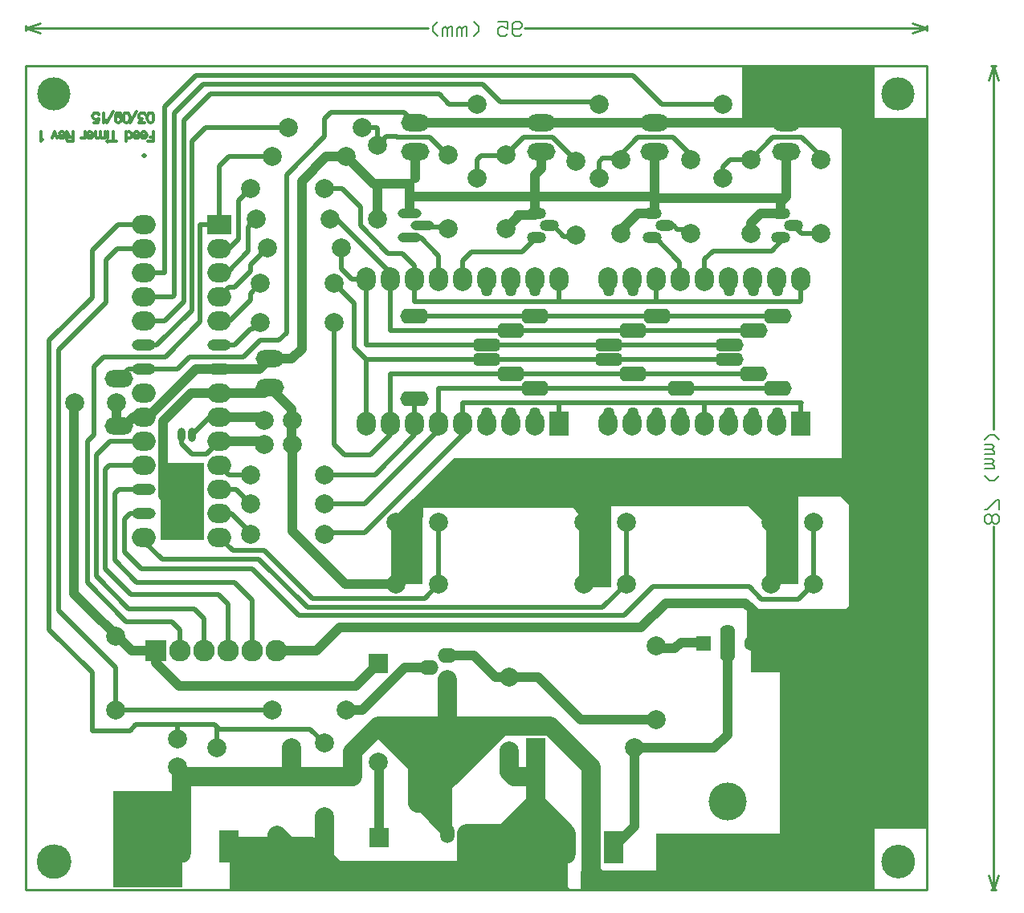
<source format=gbl>
%FSLAX25Y25*%
%MOIN*%
G70*
G01*
G75*
G04 Layer_Physical_Order=2*
G04 Layer_Color=16711680*
%ADD10C,0.03937*%
%ADD11C,0.01969*%
%ADD12C,0.01000*%
%ADD13C,0.00600*%
%ADD14O,0.03150X0.05906*%
%ADD15C,0.15748*%
%ADD16R,0.06299X0.06299*%
%ADD17O,0.06299X0.15748*%
%ADD18C,0.06299*%
%ADD19O,0.07874X0.04724*%
%ADD20O,0.09843X0.03937*%
%ADD21C,0.07874*%
%ADD22O,0.11811X0.07087*%
%ADD23R,0.09843X0.07874*%
%ADD24O,0.09843X0.07874*%
%ADD25O,0.09843X0.04724*%
%ADD26R,0.07874X0.09843*%
%ADD27O,0.07874X0.09843*%
%ADD28R,0.07874X0.13780*%
%ADD29O,0.07874X0.13780*%
%ADD30O,0.05906X0.07874*%
%ADD31R,0.07874X0.07874*%
%ADD32C,0.09000*%
%ADD33R,0.09000X0.09000*%
%ADD34C,0.13780*%
%ADD35O,0.11811X0.06299*%
%ADD36O,0.11811X0.05512*%
%ADD37R,0.07874X0.07874*%
%ADD38O,0.08000X0.06000*%
%ADD39C,0.05000*%
%ADD40C,0.07874*%
%ADD41C,0.01181*%
%ADD42R,0.11535X0.39449*%
%ADD43R,0.11024X0.38976*%
%ADD44R,0.11811X0.29606*%
%ADD45R,0.05906X0.04331*%
%ADD46R,0.28740X0.40158*%
%ADD47R,0.18110X0.31890*%
G36*
X389914Y181102D02*
X372591D01*
X372198Y180709D01*
X373379Y179528D01*
Y163779D01*
X319836D01*
X309993Y173622D01*
Y174291D01*
X301725Y175591D01*
X274560D01*
Y157874D01*
X415899D01*
X415111Y158661D01*
Y182283D01*
X413143D01*
X402119Y193307D01*
X389914Y181102D01*
D02*
G37*
G36*
X352513Y212992D02*
Y193701D01*
X364324Y181890D01*
X365111D01*
Y203150D01*
X365111Y203150D01*
X387946Y225984D01*
X389127D01*
Y229528D01*
X335977D01*
X352513Y212992D01*
D02*
G37*
G36*
X487158Y476134D02*
X488883Y474409D01*
X528497D01*
Y337008D01*
X367867D01*
X351332Y320472D01*
Y317756D01*
X417513D01*
X417867Y318110D01*
X419836Y316142D01*
X424166D01*
X426922Y318898D01*
X491095D01*
X498182Y311811D01*
X499757D01*
Y318661D01*
X499245Y319173D01*
X502907Y322835D01*
X529284D01*
X530072Y322047D01*
X531647Y323622D01*
Y329528D01*
X533615Y327559D01*
Y277559D01*
X530308Y274252D01*
X491253D01*
Y259842D01*
X491095Y259685D01*
Y248031D01*
X502907D01*
Y181102D01*
X451725D01*
Y165354D01*
X426135D01*
X424166Y169291D01*
X420229Y165354D01*
Y157480D01*
X542277D01*
Y183071D01*
X563930D01*
Y478346D01*
X542277D01*
Y500000D01*
X487158D01*
Y476134D01*
D02*
G37*
D10*
X481253Y222047D02*
Y261221D01*
Y222047D02*
X475741Y216535D01*
X426922Y318898D02*
X421489Y313465D01*
X490505Y318898D02*
X426922D01*
X499245Y310157D02*
X490505Y318898D01*
X528497Y161417D02*
Y261417D01*
X530072Y262992D02*
X528497Y261417D01*
X210387Y359842D02*
X209993Y359449D01*
Y280709D02*
Y359449D01*
X210781Y360236D02*
X210387D01*
Y359842D02*
Y360236D01*
X228549Y350280D02*
X227710Y351119D01*
Y359842D01*
X210781Y360236D02*
X210387Y359842D01*
X233851Y256850D02*
X209993Y280709D01*
X243969Y256850D02*
X233851D01*
X533615Y318110D02*
Y471260D01*
X528741Y476134D01*
X505521D01*
X336371Y251693D02*
X326804Y242126D01*
X253694D01*
X243969Y251850D01*
Y256850D01*
X530072Y262992D02*
X528103Y261024D01*
X533615Y266535D02*
X530072Y262992D01*
X528103Y261024D02*
X527907Y261221D01*
X365111Y181102D02*
Y203150D01*
X442788Y183976D02*
X434009Y175197D01*
X442788Y183976D02*
Y216535D01*
X365111Y181102D02*
X352513Y193701D01*
X445426Y266535D02*
X320229D01*
X475741Y216535D02*
X442788D01*
X499245Y310157D02*
Y319173D01*
X502907Y322835D02*
X499245Y319173D01*
X528891Y322835D02*
X502907D01*
X533615Y318110D02*
X528891Y322835D01*
X533615Y266535D02*
Y318110D01*
X527907Y261221D02*
X511568D01*
X501922Y270866D01*
X494639D01*
X488733Y276772D02*
X455662D01*
X445426Y266535D01*
X320229D02*
X310544Y256850D01*
X293969D01*
X499245Y284567D02*
Y310157D01*
X421489D02*
Y313465D01*
X421410Y314567D02*
X417867Y318110D01*
X421410Y310236D02*
Y314567D01*
X421489Y310157D02*
X421410Y310236D01*
X421489Y284567D02*
Y310157D01*
X417867Y318110D02*
X351686D01*
X343733Y310157D01*
Y284567D02*
Y310157D01*
Y284567D02*
X322533D01*
X300643Y306457D01*
Y342717D01*
X300151Y343209D01*
Y357382D01*
X291166Y366366D01*
X253502Y358863D02*
X253502D01*
X258639Y364000D02*
X253502Y358863D01*
X270343Y364000D02*
X258639D01*
X247001Y321342D02*
Y352362D01*
X253502Y358863D02*
X247001Y352362D01*
X252273Y365508D02*
X240765Y354000D01*
X239093D01*
X260765Y374000D02*
X252273Y365508D01*
X270343Y374000D02*
X260765D01*
X288833Y342717D02*
X287549Y344000D01*
X270343D01*
X288833Y352559D02*
X287392Y354000D01*
X270343D01*
X230746Y350280D02*
X228549D01*
X234466Y354000D02*
X230746Y350280D01*
X239093Y354000D02*
X234466D01*
X505521Y445500D02*
Y464323D01*
X505021Y445000D02*
X451021D01*
X505521Y476134D02*
X451021D01*
X503343Y438500D02*
X494843D01*
X490843Y434500D01*
Y430291D02*
Y434500D01*
X443844Y438500D02*
X437635Y432291D01*
X449844Y438500D02*
X443844D01*
X451021Y476134D02*
X404021D01*
X451021Y445000D02*
Y464323D01*
Y439677D02*
Y445000D01*
X450521Y445500D02*
X401343D01*
X349343D02*
Y451000D01*
Y438500D02*
Y445500D01*
X401343D02*
X349343D01*
X401343D02*
Y454500D01*
Y439000D02*
Y445500D01*
X404021Y476134D02*
X351521D01*
X286989Y374000D02*
X270343D01*
X291166Y378177D02*
X286989Y374000D01*
X288800Y364000D02*
X270343D01*
X291166Y366366D02*
X288800Y364000D01*
X394343Y437291D02*
X389344Y432291D01*
X401343Y438000D02*
X394343D01*
X404021Y457177D02*
Y464323D01*
Y457177D02*
X401343Y454500D01*
X351521Y453177D02*
Y464323D01*
X322985Y462205D02*
X314718D01*
X304481Y451968D01*
X335977Y436221D02*
Y451000D01*
X349343D02*
X335977D01*
X334190D01*
X322985Y462205D01*
X503343Y438500D02*
Y443323D01*
X505021Y445000D02*
X503343Y443323D01*
X491253Y259842D02*
Y274252D01*
X490603Y274902D01*
X494639Y270866D02*
X491253Y274252D01*
X488733Y276772D01*
X471115Y260394D02*
X470958Y260236D01*
X471115Y260394D02*
X461824D01*
X459304Y257874D01*
X528497Y161417D02*
X526430Y163484D01*
X426036D01*
X304481Y382283D02*
Y451968D01*
Y382283D02*
X300375Y378177D01*
X291166D01*
X459304Y257874D02*
X452907D01*
X402513Y246063D02*
X390702D01*
X420229Y228346D02*
X402513Y246063D01*
X451725Y228346D02*
X420229D01*
X336489Y179134D02*
Y210394D01*
X336371Y210512D01*
X390702Y246063D02*
X384796D01*
X375859Y255000D01*
X365111D01*
X329678Y232283D02*
X322985D01*
X357237Y250000D02*
X347395D01*
X329678Y232283D01*
D11*
X355528Y278646D02*
X308907D01*
X289084Y298468D01*
X429442Y274803D02*
X306843D01*
X438340Y271654D02*
X303300D01*
X361450Y284567D02*
X355528Y278646D01*
X306843Y274803D02*
X286647Y295000D01*
X439206Y284567D02*
X429442Y274803D01*
X303300Y271654D02*
X284009Y290945D01*
X450151Y283465D02*
X438340Y271654D01*
X330749Y318000D02*
X313843D01*
X361344Y348594D02*
X330749Y318000D01*
X361344Y348594D02*
Y351291D01*
X516962Y284567D02*
X510741Y278346D01*
X495426D01*
X490308Y283465D01*
X450151D01*
X280332Y379000D02*
X257843D01*
X232533Y274410D02*
X219147Y287795D01*
X259993Y274410D02*
X232533D01*
X263969Y270433D02*
X259993Y274410D01*
X233714Y280315D02*
X223084Y290945D01*
X269836Y280315D02*
X233714D01*
X273970Y276181D02*
X269836Y280315D01*
X236076Y285433D02*
X226824Y294685D01*
X276529Y285433D02*
X236076D01*
X283969Y277992D02*
X276529Y285433D01*
X237899Y290945D02*
X230843Y298000D01*
X284009Y290945D02*
X237899D01*
X289084Y298468D02*
X275875D01*
X516962Y284567D02*
Y310157D01*
X439206Y284567D02*
Y310157D01*
X361450Y284567D02*
Y310157D01*
X253970Y256850D02*
Y265571D01*
X250544Y268996D01*
X231681D01*
X226824Y294685D02*
Y322342D01*
X223084Y290945D02*
Y332382D01*
X219147Y287795D02*
Y338287D01*
X224859Y344000D02*
X219147Y338287D01*
X224702Y334000D02*
X223084Y332382D01*
X228481Y324000D02*
X226824Y322342D01*
X247844Y379000D02*
X222458D01*
X263969Y256850D02*
Y270433D01*
X239093Y344000D02*
X224859D01*
X273970Y256850D02*
Y276181D01*
X239093Y334000D02*
X224702D01*
X239093Y324000D02*
X228481D01*
X283969Y256850D02*
Y277992D01*
X270343Y354000D02*
X266355D01*
X258811Y346457D01*
X330560Y306000D02*
X313843D01*
X371844Y347284D02*
X330560Y306000D01*
X371844Y347284D02*
Y350902D01*
X334875Y330000D02*
X313843D01*
X351399Y346524D02*
X334875Y330000D01*
X351399Y346524D02*
Y351346D01*
X357568Y470276D02*
X344119D01*
X364844Y463000D02*
X357568Y470276D01*
X396521Y470177D02*
X389344Y463000D01*
X408666Y470177D02*
X396521D01*
X415843Y463000D02*
X408666Y470177D01*
X444119Y470276D02*
X436843Y463000D01*
X458568Y470276D02*
X444119D01*
X465843Y463000D02*
X458568Y470276D01*
X500119D02*
X490843Y461000D01*
X512068Y470276D02*
X500119D01*
X519843Y462500D02*
X512068Y470276D01*
X451178Y428500D02*
X449844D01*
X461343Y418335D02*
X451178Y428500D01*
X461343Y411835D02*
Y418335D01*
X257843Y379000D02*
X252843Y374000D01*
X276635Y384000D02*
X270343D01*
X283135Y390500D02*
X276635Y384000D01*
X252843Y374000D02*
X239093D01*
X351399Y416945D02*
X346343Y422000D01*
X505521Y445500D02*
X505021Y445000D01*
X519843Y461000D02*
Y462500D01*
X471792Y411386D02*
Y419449D01*
X475344Y423000D02*
X471792Y419449D01*
X499529Y423000D02*
X475344D01*
X519843Y430291D02*
X511906D01*
X508698Y433500D01*
X490843Y461000D02*
X482343D01*
X479344Y458000D01*
Y453291D02*
Y458000D01*
X436843Y463000D02*
X435844D01*
X465843Y461000D02*
Y463000D01*
X436843Y461000D02*
X436343Y461500D01*
X429344D01*
X427844Y460000D01*
Y453291D02*
Y460000D01*
X417843Y429000D02*
X413343D01*
X408844Y433500D01*
X418343Y460209D02*
X415843Y462709D01*
Y463000D01*
X451021Y445000D02*
X450521Y445500D01*
X451021Y439677D02*
X449844Y438500D01*
X465843Y432291D02*
X465552Y432000D01*
X460344D01*
X458844Y433500D01*
X455198D01*
X461792Y411386D02*
X461343Y411835D01*
X378843Y462500D02*
X377344Y461000D01*
X388843Y462500D02*
X378843D01*
X389344Y463000D02*
X388843Y462500D01*
X377344Y453291D02*
Y461000D01*
X365343Y463000D02*
X364844D01*
X511792Y402449D02*
Y411386D01*
Y402449D02*
X511343Y402000D01*
X451792Y402051D02*
Y411386D01*
X511343Y402000D02*
X451844D01*
X451792Y402051D01*
X451844Y402000D02*
X411343D01*
X411399Y402055D02*
X411343Y402000D01*
X411399Y402055D02*
Y411386D01*
X351399Y402055D02*
Y411386D01*
Y402055D02*
X351343Y402000D01*
X411343D02*
X351343D01*
X511792Y351346D02*
Y359949D01*
X511843Y360000D02*
X511792Y359949D01*
X471792Y351346D02*
Y359449D01*
X511843Y360000D02*
X472343D01*
X471792Y359449D01*
X411399Y351346D02*
Y359945D01*
X411343Y360000D01*
X472343D02*
X411343D01*
X371399Y351346D02*
Y359945D01*
X371343Y360000D01*
X411343D02*
X371343D01*
X501844Y366000D02*
X461843D01*
X401343D01*
X361344D01*
X491844Y372000D02*
X441844D01*
X391343D01*
X341343D01*
X481844Y378000D02*
X431844D01*
X381344D01*
X331344D01*
X501844Y396000D02*
X451844Y396000D01*
X401343D01*
X351343D01*
X481844Y384000D02*
X431844D01*
X381344D01*
X331344D01*
X491844Y390000D02*
X441844Y390000D01*
X391343D01*
X341343D01*
X361399Y351346D02*
Y365945D01*
X341399Y351346D02*
Y371945D01*
X341343Y390000D02*
Y411331D01*
X351343Y351402D02*
Y361500D01*
X351399Y351346D02*
X351343Y351402D01*
X351399Y411386D02*
Y416945D01*
X274343Y408000D02*
X270343Y404000D01*
X331344Y351402D02*
X328745Y354000D01*
X274343Y330000D02*
X270343Y334000D01*
X283135Y330000D02*
X274343D01*
X361399Y351346D02*
X361344Y351291D01*
X277135Y324000D02*
X270343D01*
X283135Y318000D02*
X277135Y324000D01*
X275135Y314000D02*
X270343D01*
X283135Y306000D02*
X275135Y314000D01*
X371844Y350902D02*
X371399Y351346D01*
X275875Y298468D02*
X270343Y304000D01*
X239093Y314000D02*
X233344D01*
X230843Y311500D01*
Y298000D02*
Y311500D01*
X239093Y324000D02*
X239093Y324000D01*
X239093Y334000D02*
X239093Y334000D01*
X239093Y344000D02*
X239093Y344000D01*
X232583Y374000D02*
X228549Y369965D01*
X239093Y374000D02*
X232583D01*
X331344Y384000D02*
Y391000D01*
Y411331D01*
X276635Y408000D02*
X274343D01*
X283135Y414500D02*
X276635Y408000D01*
X274635Y394000D02*
X270343D01*
X283135Y402500D02*
X274635Y394000D01*
X353843Y428500D02*
X349343D01*
X361399Y411386D02*
X361344Y411441D01*
Y421000D01*
X353843Y428500D01*
X401844D02*
X395844Y422500D01*
X374844D01*
X371399Y419055D01*
Y411386D02*
Y419055D01*
X394343Y437291D02*
Y438000D01*
X401844Y438500D02*
X401343Y438000D01*
X408844Y433500D02*
X407198D01*
X355843D02*
X354698D01*
X401844Y438500D02*
X401343Y439000D01*
X351521Y453177D02*
X349343Y451000D01*
X427844Y484000D02*
X426804Y485039D01*
X386804D01*
X270343Y344000D02*
X264942Y338598D01*
X254481Y342913D02*
Y346457D01*
X264942Y338598D02*
X258796D01*
X254481Y342913D01*
X351521Y476134D02*
X346946Y480709D01*
X316686D01*
X313930Y477953D01*
X298970Y474409D02*
X264718D01*
X251001Y404000D02*
X239093D01*
X247788Y414000D02*
X239093D01*
X247788D02*
Y483071D01*
X260781Y496063D02*
X247788Y483071D01*
X251725Y404724D02*
X251001Y404000D01*
X251725Y404724D02*
Y480315D01*
X258812Y398425D02*
Y468504D01*
X264718Y474409D02*
X258812Y468504D01*
X254828Y401134D02*
X247694Y394000D01*
X239093D01*
X244387Y384000D02*
X239093D01*
X255662Y401949D02*
Y477165D01*
X254847Y401134D02*
X254828D01*
X255662Y401949D02*
X254847Y401134D01*
X258812Y398425D02*
X244387Y384000D01*
X270343Y434000D02*
X262355D01*
Y393512D02*
Y434000D01*
Y393512D02*
X247844Y379000D01*
X292277Y462205D02*
X274166D01*
X270343Y458382D01*
Y434000D02*
Y458382D01*
X313930Y470472D02*
Y477953D01*
X321410Y448819D02*
X313930D01*
X274438Y424000D02*
X270343D01*
X278444Y428006D02*
X274438Y424000D01*
X278444Y428006D02*
Y444041D01*
X283221Y448819D02*
X278444Y444041D01*
X298182Y389000D02*
Y454724D01*
X313930Y470472D02*
X298182Y454724D01*
X321017Y415748D02*
Y424409D01*
X325379Y411386D02*
X321017Y415748D01*
X331399Y411386D02*
X325379D01*
X336269Y419000D02*
X325741Y429528D01*
X273599Y414000D02*
X270343D01*
X282434Y422835D02*
X273599Y414000D01*
X282434Y422835D02*
Y433071D01*
X285584Y436221D02*
X282434Y433071D01*
X283135Y414500D02*
Y417236D01*
X290308Y424409D02*
X283135Y417236D01*
X328891Y441339D02*
X321410Y448819D01*
X335584Y474409D02*
X329678D01*
X335977Y474016D02*
X335584Y474409D01*
X335977Y466929D02*
Y474016D01*
X344119Y470276D02*
X343922Y470472D01*
X339521D01*
X335977Y466929D01*
X283135Y402500D02*
Y405425D01*
X287158Y409449D02*
X283135Y405425D01*
X284351Y390500D02*
X283135D01*
X287158Y393307D02*
X284351Y390500D01*
X326135Y401181D02*
X317867Y409449D01*
X341399Y346760D02*
Y351346D01*
Y346760D02*
X332828Y338189D01*
X322198D01*
X317867Y342520D01*
Y393307D01*
X286647Y295000D02*
X246489D01*
X239093Y302396D01*
Y304000D01*
X231681Y268996D02*
X215505Y285172D01*
Y343781D01*
X218261Y346537D02*
X215505Y343781D01*
X218261Y346537D02*
Y374803D01*
X222458Y379000D02*
X218261Y374803D01*
X377344Y484000D02*
X365757D01*
X365343Y432291D02*
X364564Y433071D01*
X356273D01*
X355843Y433500D01*
X346343Y422000D02*
X340355D01*
X328891Y433465D01*
Y441339D01*
X341399Y411386D02*
Y413870D01*
X336269Y419000D01*
Y419000D01*
X325741Y429528D02*
X325741D01*
X319048Y436221D01*
X314324D01*
X331344Y377862D02*
Y378000D01*
Y377862D02*
X326135Y383071D01*
Y401181D01*
X331399Y351346D02*
X331344Y351402D01*
Y377953D01*
X503343Y426815D02*
Y428500D01*
Y426815D02*
X499529Y423000D01*
X441883Y496063D02*
X260781D01*
X479344Y484000D02*
X453946D01*
X441883Y496063D01*
X386804Y485039D02*
X379717Y492126D01*
X263536D01*
X251725Y480315D01*
X365757Y484000D02*
X361568Y488189D01*
X266686D01*
X255662Y477165D01*
X287158Y385827D02*
X280332Y379000D01*
X295009Y385827D02*
X287158D01*
X298182Y389000D02*
X295009Y385827D01*
X239093Y424000D02*
X228088D01*
X223379Y419291D01*
Y401575D02*
Y419291D01*
Y401575D02*
X203694Y381890D01*
X292277Y232283D02*
X227316D01*
X239127Y462598D02*
X239093Y462565D01*
X217473Y403543D02*
X199757Y385827D01*
X217473Y403543D02*
Y423228D01*
X228245Y434000D02*
X217473Y423228D01*
X239093Y434000D02*
X228245D01*
X269442Y216535D02*
Y225197D01*
X313930Y218504D02*
X308025Y224410D01*
X270229D01*
X269442Y225197D01*
X268458Y226181D02*
X253103D01*
X269442Y225197D02*
X268458Y226181D01*
X217473Y223622D02*
Y248031D01*
X199757Y265748D01*
Y385827D01*
X233221Y223622D02*
X217473D01*
X253103Y220276D02*
Y226181D01*
X235781D01*
X233221Y223622D01*
X227316Y232283D02*
Y250000D01*
X203694Y273622D01*
Y381890D01*
D12*
X196214Y488189D02*
G03*
X196214Y488189I5512J0D01*
G01*
X545626Y169291D02*
G03*
X545626Y169291I6493J0D01*
G01*
X195033D02*
G03*
X195033Y169291I6693J0D01*
G01*
X546109Y488189D02*
G03*
X546109Y488189I6010J0D01*
G01*
X592489Y500000D02*
X590489D01*
X592489Y157480D02*
X590489D01*
X591489Y500000D02*
X589489Y494000D01*
X593489D02*
X591489Y500000D01*
Y157480D02*
X589489Y163480D01*
X593489D02*
X591489Y157480D01*
Y348834D02*
Y500000D01*
Y157480D02*
Y308646D01*
X189914Y514748D02*
Y516748D01*
X563930Y514748D02*
Y516748D01*
X195914Y513748D02*
X189914Y515748D01*
X195914Y517748D02*
X189914Y515748D01*
X563930D02*
X557930Y513748D01*
X563930Y515748D02*
X557930Y517748D01*
X356828Y515748D02*
X189914D01*
X563930D02*
X397016D01*
X189914Y263779D02*
Y279528D01*
Y157480D02*
Y263779D01*
X563930Y157480D02*
X189914D01*
X563930Y157480D02*
X563930Y157480D01*
X563930Y157480D02*
Y279528D01*
Y500000D01*
X189914Y279527D02*
Y500000D01*
X563930Y500000D02*
X189914Y500000D01*
D13*
X592888Y309646D02*
X593888Y310646D01*
Y312645D01*
X592888Y313645D01*
X591889D01*
X590889Y312645D01*
X589889Y313645D01*
X588890D01*
X587890Y312645D01*
Y310646D01*
X588890Y309646D01*
X589889D01*
X590889Y310646D01*
X591889Y309646D01*
X592888D01*
X590889Y310646D02*
Y312645D01*
X593888Y315644D02*
Y319643D01*
X592888D01*
X588890Y315644D01*
X587890D01*
Y329640D02*
X589889Y327640D01*
X591889D01*
X593888Y329640D01*
X587890Y332639D02*
X591889D01*
Y333638D01*
X590889Y334638D01*
X587890D01*
X590889D01*
X591889Y335638D01*
X590889Y336637D01*
X587890D01*
Y338637D02*
X591889D01*
Y339636D01*
X590889Y340636D01*
X587890D01*
X590889D01*
X591889Y341636D01*
X590889Y342635D01*
X587890D01*
Y344635D02*
X589889Y346634D01*
X591889D01*
X593888Y344635D01*
X396016Y513149D02*
X395017Y512149D01*
X393017D01*
X392018Y513149D01*
Y517147D01*
X393017Y518147D01*
X395017D01*
X396016Y517147D01*
Y516148D01*
X395017Y515148D01*
X392018D01*
X386019Y518147D02*
X390018D01*
Y515148D01*
X388019Y516148D01*
X387019D01*
X386019Y515148D01*
Y513149D01*
X387019Y512149D01*
X389019D01*
X390018Y513149D01*
X376023Y512149D02*
X378022Y514148D01*
Y516148D01*
X376023Y518147D01*
X373024Y512149D02*
Y516148D01*
X372024D01*
X371024Y515148D01*
Y512149D01*
Y515148D01*
X370025Y516148D01*
X369025Y515148D01*
Y512149D01*
X367026D02*
Y516148D01*
X366026D01*
X365026Y515148D01*
Y512149D01*
Y515148D01*
X364027Y516148D01*
X363027Y515148D01*
Y512149D01*
X361028D02*
X359028Y514148D01*
Y516148D01*
X361028Y518147D01*
D14*
X254481Y346457D02*
D03*
X258811D02*
D03*
D15*
X481353Y194243D02*
D03*
D16*
X471253Y259842D02*
D03*
D17*
X481253D02*
D03*
D18*
X491253D02*
D03*
D19*
X503343Y438500D02*
D03*
X508698Y433500D02*
D03*
X503343Y428500D02*
D03*
X449844Y438500D02*
D03*
X455198Y433500D02*
D03*
X449844Y428500D02*
D03*
X401844Y438500D02*
D03*
X407198Y433500D02*
D03*
X401844Y428500D02*
D03*
D20*
X349343D02*
D03*
X354698Y433500D02*
D03*
X349343Y438500D02*
D03*
D21*
X519843Y461000D02*
D03*
Y430291D02*
D03*
X465843Y461000D02*
D03*
Y430291D02*
D03*
X490843D02*
D03*
Y461000D02*
D03*
X436843Y430291D02*
D03*
Y461000D02*
D03*
X418343Y460209D02*
D03*
Y429500D02*
D03*
X365343Y463000D02*
D03*
Y432291D02*
D03*
X389344D02*
D03*
Y463000D02*
D03*
X335977Y436221D02*
D03*
Y466929D02*
D03*
X283135Y330000D02*
D03*
X313843D02*
D03*
X283221Y448819D02*
D03*
X313930D02*
D03*
X283221Y305118D02*
D03*
X313930D02*
D03*
X283135Y318000D02*
D03*
X313843D02*
D03*
X290308Y424409D02*
D03*
X321017D02*
D03*
X285584Y436221D02*
D03*
X316292D02*
D03*
X322985Y462205D02*
D03*
X292277D02*
D03*
X298970Y474409D02*
D03*
X329678D02*
D03*
X377344Y484000D02*
D03*
Y453291D02*
D03*
X427844Y484000D02*
D03*
Y453291D02*
D03*
X479344Y484000D02*
D03*
Y453291D02*
D03*
X336371Y210512D02*
D03*
X451725Y228346D02*
D03*
Y259055D02*
D03*
X516962Y310157D02*
D03*
Y284567D02*
D03*
X499245D02*
D03*
Y310157D02*
D03*
X361450D02*
D03*
Y284567D02*
D03*
X343733D02*
D03*
Y310157D02*
D03*
X439206D02*
D03*
Y284567D02*
D03*
X421489D02*
D03*
Y310157D02*
D03*
X288833Y352559D02*
D03*
X300643D02*
D03*
X288833Y342717D02*
D03*
X300643D02*
D03*
X317867Y393307D02*
D03*
X287158D02*
D03*
X317867Y409449D02*
D03*
X287158D02*
D03*
X322985Y232283D02*
D03*
X292277D02*
D03*
X390702Y215354D02*
D03*
Y246063D02*
D03*
X227316Y262992D02*
D03*
Y232283D02*
D03*
X253103Y208465D02*
D03*
Y220276D02*
D03*
X442788Y216535D02*
D03*
X269442D02*
D03*
X300151D02*
D03*
X313930Y187795D02*
D03*
Y218504D02*
D03*
X295308Y179134D02*
D03*
X227710Y359842D02*
D03*
X210387D02*
D03*
D22*
X505521Y476134D02*
D03*
Y464323D02*
D03*
X451021Y476134D02*
D03*
Y464323D02*
D03*
X404021Y476134D02*
D03*
Y464323D02*
D03*
X351521Y476134D02*
D03*
Y464323D02*
D03*
X228549Y350280D02*
D03*
Y369965D02*
D03*
X291166Y366366D02*
D03*
Y378177D02*
D03*
D23*
X270343Y434000D02*
D03*
D24*
X270343Y424000D02*
D03*
X270343Y414000D02*
D03*
Y404000D02*
D03*
X270343Y394000D02*
D03*
X270343Y364000D02*
D03*
Y354000D02*
D03*
Y344000D02*
D03*
X270343Y334000D02*
D03*
Y324000D02*
D03*
X270343Y314000D02*
D03*
Y304000D02*
D03*
X239093Y434000D02*
D03*
Y424000D02*
D03*
Y414000D02*
D03*
Y404000D02*
D03*
Y394000D02*
D03*
Y364000D02*
D03*
X239093Y354000D02*
D03*
X239093Y344000D02*
D03*
X239093Y334000D02*
D03*
X239093Y304000D02*
D03*
D25*
X270343Y384000D02*
D03*
X270343Y374000D02*
D03*
X239093Y384000D02*
D03*
Y374000D02*
D03*
Y324000D02*
D03*
X239093Y314000D02*
D03*
D26*
X511792Y351346D02*
D03*
X411399D02*
D03*
D27*
X501792D02*
D03*
X491792D02*
D03*
X481792Y351346D02*
D03*
X471792Y351346D02*
D03*
X461792Y351346D02*
D03*
X451792Y351346D02*
D03*
X441792Y351346D02*
D03*
X431792Y351346D02*
D03*
X511792Y411386D02*
D03*
X501792Y411386D02*
D03*
X491792Y411386D02*
D03*
X481792Y411386D02*
D03*
X471792Y411386D02*
D03*
X461792D02*
D03*
X451792Y411386D02*
D03*
X441792Y411386D02*
D03*
X431792D02*
D03*
X401399Y351346D02*
D03*
X391399D02*
D03*
X381399Y351346D02*
D03*
X371399Y351346D02*
D03*
X361399Y351346D02*
D03*
X351399Y351346D02*
D03*
X341399Y351346D02*
D03*
X331399Y351346D02*
D03*
X411399Y411386D02*
D03*
X401399Y411386D02*
D03*
X391399Y411386D02*
D03*
X381399Y411386D02*
D03*
X371399Y411386D02*
D03*
X361399D02*
D03*
X351399Y411386D02*
D03*
X341399Y411386D02*
D03*
X331399D02*
D03*
D28*
X274166Y175591D02*
D03*
X434009Y175197D02*
D03*
D29*
X254481Y175591D02*
D03*
X414324Y175197D02*
D03*
D30*
X372985Y181102D02*
D03*
X365111D02*
D03*
D31*
X336371Y251693D02*
D03*
D32*
X293969Y256850D02*
D03*
X283969D02*
D03*
X273970D02*
D03*
X263969D02*
D03*
X253970D02*
D03*
D33*
X243969D02*
D03*
D34*
X201725Y169291D02*
D03*
Y488189D02*
D03*
X552119D02*
D03*
Y169291D02*
D03*
D35*
X501844Y396000D02*
D03*
X491844Y390000D02*
D03*
Y372000D02*
D03*
X501844Y366000D02*
D03*
X461843D02*
D03*
X441844Y372000D02*
D03*
Y390000D02*
D03*
X451844Y396000D02*
D03*
X401343D02*
D03*
X391343Y390000D02*
D03*
Y372000D02*
D03*
X401343Y366000D02*
D03*
X351343Y396000D02*
D03*
Y361500D02*
D03*
D36*
X481844Y384000D02*
D03*
Y378000D02*
D03*
X431844D02*
D03*
Y384000D02*
D03*
X381344Y378000D02*
D03*
Y384000D02*
D03*
D37*
X401607Y216535D02*
D03*
X336489Y179134D02*
D03*
D38*
X365111Y245000D02*
D03*
X357237Y250000D02*
D03*
X365111Y255000D02*
D03*
D39*
X501844Y406500D02*
D03*
X491844D02*
D03*
X481844D02*
D03*
X441844D02*
D03*
X431844D02*
D03*
X401343D02*
D03*
X391343D02*
D03*
X381344D02*
D03*
Y355500D02*
D03*
X391343D02*
D03*
X401343D02*
D03*
X431844D02*
D03*
X441844D02*
D03*
X451844D02*
D03*
X461843D02*
D03*
X481844D02*
D03*
X491844D02*
D03*
X501844D02*
D03*
D40*
X352513Y193701D02*
Y209449D01*
X407631Y225590D02*
X387552D01*
X365111Y203150D01*
X309993Y174291D02*
X308694Y175591D01*
X401607Y193819D02*
X388891Y181102D01*
X414324Y181102D02*
X401607Y193819D01*
X414324Y175197D02*
Y181102D01*
X372080Y165630D02*
X318654D01*
X373001Y166551D02*
X372080Y165630D01*
X373001Y166551D02*
Y181102D01*
X388891D02*
X373001D01*
X424560Y164961D02*
Y208661D01*
X407631Y225590D01*
X426036Y163484D02*
X424560Y164961D01*
X390702Y206693D02*
Y215354D01*
X392670Y204724D02*
X390702Y206693D01*
X401607Y204724D02*
X392670D01*
X401607Y193819D02*
Y204724D01*
Y216535D01*
X300151Y174291D02*
X298851Y175591D01*
X295308Y179134D01*
X308694Y175591D02*
X298851D01*
X365111Y226378D02*
Y245000D01*
X352513Y209449D02*
X336371Y225590D01*
X325741Y214961D01*
Y204724D02*
Y214961D01*
X254481Y175591D02*
Y204724D01*
X295308Y179134D02*
X294245Y180197D01*
X298851Y175591D02*
X274166D01*
X280466Y204724D02*
X254481D01*
X313930Y171260D02*
Y187795D01*
Y171260D02*
X313477Y170807D01*
X318654Y165630D02*
X313477Y170807D01*
X309993Y174291D01*
X300151Y204724D02*
Y216535D01*
X325741Y204724D02*
X300151D01*
X280466D01*
D41*
X241939Y476379D02*
X242502Y476566D01*
X242877Y477129D01*
X243064Y478066D01*
Y478628D01*
X242877Y479565D01*
X242502Y480127D01*
X241939Y480315D01*
X241564D01*
X241002Y480127D01*
X240627Y479565D01*
X240440Y478628D01*
Y478066D01*
X240627Y477129D01*
X241002Y476566D01*
X241564Y476379D01*
X241939D01*
X239184D02*
X237122D01*
X238247Y477878D01*
X237684D01*
X237310Y478066D01*
X237122Y478253D01*
X236935Y478816D01*
Y479190D01*
X237122Y479753D01*
X237497Y480127D01*
X238059Y480315D01*
X238622D01*
X239184Y480127D01*
X239371Y479940D01*
X239559Y479565D01*
X236054Y480877D02*
X233430Y476379D01*
X232043D02*
X232605Y476566D01*
X232980Y477129D01*
X233167Y478066D01*
Y478628D01*
X232980Y479565D01*
X232605Y480127D01*
X232043Y480315D01*
X231668D01*
X231105Y480127D01*
X230731Y479565D01*
X230543Y478628D01*
Y478066D01*
X230731Y477129D01*
X231105Y476566D01*
X231668Y476379D01*
X232043D01*
X227226Y477691D02*
X227413Y478253D01*
X227788Y478628D01*
X228350Y478816D01*
X228538D01*
X229100Y478628D01*
X229475Y478253D01*
X229662Y477691D01*
Y477503D01*
X229475Y476941D01*
X229100Y476566D01*
X228538Y476379D01*
X228350D01*
X227788Y476566D01*
X227413Y476941D01*
X227226Y477691D01*
Y478628D01*
X227413Y479565D01*
X227788Y480127D01*
X228350Y480315D01*
X228725D01*
X229287Y480127D01*
X229475Y479753D01*
X226157Y480877D02*
X223533Y476379D01*
X223271Y477129D02*
X222896Y476941D01*
X222334Y476379D01*
Y480315D01*
X218135Y476379D02*
X220009D01*
X220197Y478066D01*
X220009Y477878D01*
X219447Y477691D01*
X218885D01*
X218322Y477878D01*
X217948Y478253D01*
X217760Y478816D01*
Y479190D01*
X217948Y479753D01*
X218322Y480127D01*
X218885Y480315D01*
X219447D01*
X220009Y480127D01*
X220197Y479940D01*
X220384Y479565D01*
X243064Y468505D02*
Y472441D01*
Y468505D02*
X240627D01*
X243064Y470379D02*
X241564D01*
X240177Y470941D02*
X237928D01*
Y470567D01*
X238116Y470192D01*
X238303Y470004D01*
X238678Y469817D01*
X239240D01*
X239615Y470004D01*
X239990Y470379D01*
X240177Y470941D01*
Y471316D01*
X239990Y471879D01*
X239615Y472254D01*
X239240Y472441D01*
X238678D01*
X238303Y472254D01*
X237928Y471879D01*
X237085Y470941D02*
X234836D01*
Y470567D01*
X235023Y470192D01*
X235210Y470004D01*
X235585Y469817D01*
X236148D01*
X236522Y470004D01*
X236897Y470379D01*
X237085Y470941D01*
Y471316D01*
X236897Y471879D01*
X236522Y472254D01*
X236148Y472441D01*
X235585D01*
X235210Y472254D01*
X234836Y471879D01*
X231743Y468505D02*
Y472441D01*
Y470379D02*
X232118Y470004D01*
X232492Y469817D01*
X233055D01*
X233430Y470004D01*
X233805Y470379D01*
X233992Y470941D01*
Y471316D01*
X233805Y471879D01*
X233430Y472254D01*
X233055Y472441D01*
X232492D01*
X232118Y472254D01*
X231743Y471879D01*
X226288Y468505D02*
Y472441D01*
X227601Y468505D02*
X224976D01*
X224133D02*
X223945Y468692D01*
X223758Y468505D01*
X223945Y468317D01*
X224133Y468505D01*
X223945Y469817D02*
Y472441D01*
X223064Y469817D02*
Y472441D01*
Y470567D02*
X222502Y470004D01*
X222127Y469817D01*
X221565D01*
X221190Y470004D01*
X221003Y470567D01*
Y472441D01*
Y470567D02*
X220440Y470004D01*
X220065Y469817D01*
X219503D01*
X219128Y470004D01*
X218941Y470567D01*
Y472441D01*
X217704Y470941D02*
X215455D01*
Y470567D01*
X215642Y470192D01*
X215829Y470004D01*
X216204Y469817D01*
X216767D01*
X217142Y470004D01*
X217516Y470379D01*
X217704Y470941D01*
Y471316D01*
X217516Y471879D01*
X217142Y472254D01*
X216767Y472441D01*
X216204D01*
X215829Y472254D01*
X215455Y471879D01*
X214611Y469817D02*
Y472441D01*
Y470941D02*
X214424Y470379D01*
X214049Y470004D01*
X213674Y469817D01*
X213112D01*
X209663Y468505D02*
Y472441D01*
Y468505D02*
X207976D01*
X207414Y468692D01*
X207226Y468880D01*
X207039Y469254D01*
Y469629D01*
X207226Y470004D01*
X207414Y470192D01*
X207976Y470379D01*
X209663D01*
X208351D02*
X207039Y472441D01*
X206158Y470941D02*
X203908D01*
Y470567D01*
X204096Y470192D01*
X204283Y470004D01*
X204658Y469817D01*
X205221D01*
X205595Y470004D01*
X205970Y470379D01*
X206158Y470941D01*
Y471316D01*
X205970Y471879D01*
X205595Y472254D01*
X205221Y472441D01*
X204658D01*
X204283Y472254D01*
X203908Y471879D01*
X203065Y469817D02*
X201940Y472441D01*
X200816Y469817D02*
X201940Y472441D01*
X197086Y469254D02*
X196711Y469067D01*
X196149Y468505D01*
Y472441D01*
D42*
X505013Y304291D02*
D03*
D43*
X427710Y302559D02*
D03*
D44*
X348970Y299370D02*
D03*
D45*
X351922Y314370D02*
D03*
D46*
X240505Y178740D02*
D03*
D47*
X254875Y319094D02*
D03*
M02*

</source>
